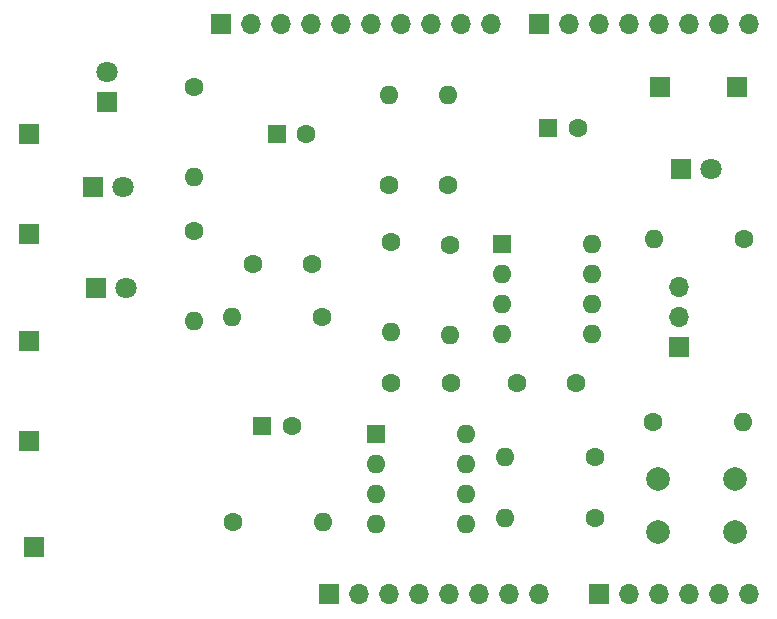
<source format=gbr>
%TF.GenerationSoftware,KiCad,Pcbnew,8.0.1*%
%TF.CreationDate,2024-05-14T19:28:53+02:00*%
%TF.ProjectId,80_KiCad,38305f4b-6943-4616-942e-6b696361645f,v1.0*%
%TF.SameCoordinates,Original*%
%TF.FileFunction,Soldermask,Bot*%
%TF.FilePolarity,Negative*%
%FSLAX46Y46*%
G04 Gerber Fmt 4.6, Leading zero omitted, Abs format (unit mm)*
G04 Created by KiCad (PCBNEW 8.0.1) date 2024-05-14 19:28:53*
%MOMM*%
%LPD*%
G01*
G04 APERTURE LIST*
%ADD10R,1.600000X1.600000*%
%ADD11O,1.600000X1.600000*%
%ADD12C,1.600000*%
%ADD13R,1.700000X1.700000*%
%ADD14R,1.800000X1.800000*%
%ADD15C,1.800000*%
%ADD16C,2.000000*%
%ADD17O,1.700000X1.700000*%
G04 APERTURE END LIST*
D10*
%TO.C,U1*%
X142575000Y-67825000D03*
D11*
X142575000Y-70365000D03*
X142575000Y-72905000D03*
X142575000Y-75445000D03*
X150195000Y-75445000D03*
X150195000Y-72905000D03*
X150195000Y-70365000D03*
X150195000Y-67825000D03*
%TD*%
D10*
%TO.C,C2*%
X123500000Y-58500000D03*
D12*
X126000000Y-58500000D03*
%TD*%
D13*
%TO.C,VCC1*%
X102500000Y-58500000D03*
%TD*%
D12*
%TO.C,R10*%
X116500000Y-66690000D03*
D11*
X116500000Y-74310000D03*
%TD*%
D14*
%TO.C,D2*%
X107960000Y-63000000D03*
D15*
X110500000Y-63000000D03*
%TD*%
D12*
%TO.C,R9*%
X127310000Y-74000000D03*
D11*
X119690000Y-74000000D03*
%TD*%
D14*
%TO.C,D3*%
X108225000Y-71500000D03*
D15*
X110765000Y-71500000D03*
%TD*%
D12*
%TO.C,C5*%
X133225000Y-79550000D03*
X138225000Y-79550000D03*
%TD*%
%TO.C,R3*%
X133180000Y-67680000D03*
D11*
X133180000Y-75300000D03*
%TD*%
D12*
%TO.C,R1*%
X133000000Y-62810000D03*
D11*
X133000000Y-55190000D03*
%TD*%
D10*
%TO.C,U2*%
X131880000Y-83880000D03*
D11*
X131880000Y-86420000D03*
X131880000Y-88960000D03*
X131880000Y-91500000D03*
X139500000Y-91500000D03*
X139500000Y-88960000D03*
X139500000Y-86420000D03*
X139500000Y-83880000D03*
%TD*%
D13*
%TO.C,V_In1*%
X156000000Y-54500000D03*
%TD*%
%TO.C,GND3*%
X102500000Y-84500000D03*
%TD*%
%TO.C,GND2*%
X162500000Y-54500000D03*
%TD*%
%TO.C,V_Out1*%
X103000000Y-93500000D03*
%TD*%
D12*
%TO.C,R5*%
X119840000Y-91375000D03*
D11*
X127460000Y-91375000D03*
%TD*%
D14*
%TO.C,D1*%
X109100000Y-55825000D03*
D15*
X109100000Y-53285000D03*
%TD*%
D16*
%TO.C,SW1*%
X155775000Y-87675000D03*
X162275000Y-87675000D03*
X155775000Y-92175000D03*
X162275000Y-92175000D03*
%TD*%
D12*
%TO.C,C1*%
X121500000Y-69500000D03*
X126500000Y-69500000D03*
%TD*%
D13*
%TO.C,A1_Out1*%
X102500000Y-76000000D03*
%TD*%
D12*
%TO.C,R7*%
X150435000Y-85875000D03*
D11*
X142815000Y-85875000D03*
%TD*%
D12*
%TO.C,R11*%
X163085000Y-67425000D03*
D11*
X155465000Y-67425000D03*
%TD*%
D12*
%TO.C,R4*%
X138180000Y-67870000D03*
D11*
X138180000Y-75490000D03*
%TD*%
D12*
%TO.C,R6*%
X150485000Y-90975000D03*
D11*
X142865000Y-90975000D03*
%TD*%
D12*
%TO.C,R2*%
X138000000Y-62810000D03*
D11*
X138000000Y-55190000D03*
%TD*%
D13*
%TO.C,GND1*%
X102500000Y-67000000D03*
%TD*%
D10*
%TO.C,C3*%
X146500000Y-58000000D03*
D12*
X149000000Y-58000000D03*
%TD*%
D14*
%TO.C,D4*%
X157725000Y-61500000D03*
D15*
X160265000Y-61500000D03*
%TD*%
D12*
%TO.C,R12*%
X155365000Y-82850000D03*
D11*
X162985000Y-82850000D03*
%TD*%
D12*
%TO.C,R8*%
X116500000Y-54500000D03*
D11*
X116500000Y-62120000D03*
%TD*%
D12*
%TO.C,C6*%
X148875000Y-79600000D03*
X143875000Y-79600000D03*
%TD*%
D10*
%TO.C,C4*%
X122300000Y-83200000D03*
D12*
X124800000Y-83200000D03*
%TD*%
D13*
%TO.C,J5*%
X157600000Y-76525000D03*
D17*
X157600000Y-73985000D03*
X157600000Y-71445000D03*
%TD*%
D13*
%TO.C,J1*%
X127940000Y-97460000D03*
D17*
X130480000Y-97460000D03*
X133020000Y-97460000D03*
X135560000Y-97460000D03*
X138100000Y-97460000D03*
X140640000Y-97460000D03*
X143180000Y-97460000D03*
X145720000Y-97460000D03*
%TD*%
D13*
%TO.C,J3*%
X150800000Y-97460000D03*
D17*
X153340000Y-97460000D03*
X155880000Y-97460000D03*
X158420000Y-97460000D03*
X160960000Y-97460000D03*
X163500000Y-97460000D03*
%TD*%
D13*
%TO.C,J2*%
X118796000Y-49200000D03*
D17*
X121336000Y-49200000D03*
X123876000Y-49200000D03*
X126416000Y-49200000D03*
X128956000Y-49200000D03*
X131496000Y-49200000D03*
X134036000Y-49200000D03*
X136576000Y-49200000D03*
X139116000Y-49200000D03*
X141656000Y-49200000D03*
%TD*%
D13*
%TO.C,J4*%
X145720000Y-49200000D03*
D17*
X148260000Y-49200000D03*
X150800000Y-49200000D03*
X153340000Y-49200000D03*
X155880000Y-49200000D03*
X158420000Y-49200000D03*
X160960000Y-49200000D03*
X163500000Y-49200000D03*
%TD*%
M02*

</source>
